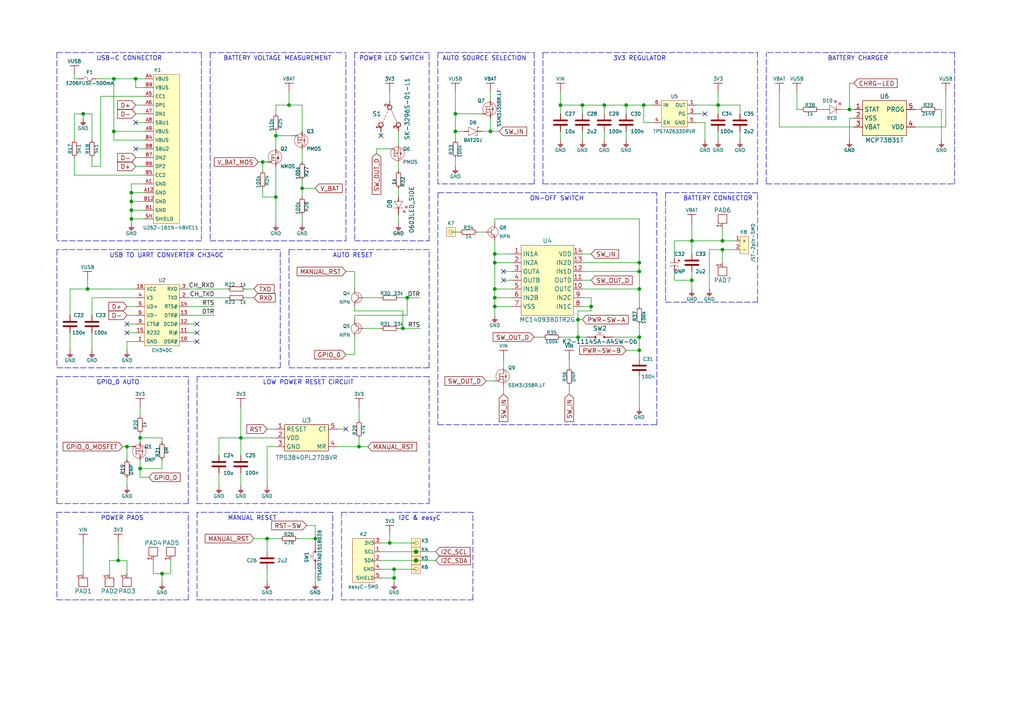
<source format=kicad_sch>
(kicad_sch (version 20211123) (generator eeschema)
  (paper "A4")
  (title_block (title "Soldered Inkplate 6 FLICK") (date "2024-05-20") (rev "V1.2.0") (company "SOLDERED") (comment 1 "333317"))
  (lib_symbols
    (symbol "e-radionica.com schematics:0402LED" (pin_numbers hide) (pin_names (offset 0.254) hide)
      (property "Reference" "D" (at -0.635 2.54 0))
      (property "Value" "0402LED" (at 0 -2.54 0))
      (symbol "0402LED_1_1"
        (pin passive line (at -2.54 0 0) (length 1.91) (name "A") (number "1"))
        (pin passive line (at 2.54 0 180) (length 1.27) (name "K") (number "2"))
      )
    )
    (symbol "e-radionica.com schematics:0603C" (pin_numbers hide) (pin_names (offset 0.002))
      (property "Reference" "C" (at 0 3.81 0))
      (property "Value" "0603C" (at 0 -3.175 0))
      (symbol "0603C_1_1"
        (pin passive line (at -2.54 0 0) (length 1.9) (name "~") (number "1"))
        (pin passive line (at 2.54 0 180) (length 1.9) (name "~") (number "2"))
      )
    )
    (symbol "e-radionica.com schematics:0603LED_SIDE" (pin_numbers hide) (pin_names hide)
      (property "Reference" "D" (at -1.27 2.54 0))
      (property "Value" "0603LED_SIDE" (at 0 -2.286 0))
      (symbol "0603LED_SIDE_1_1"
        (pin passive line (at -2.54 0 0) (length 1.27) (name "A") (number "1"))
        (pin passive line (at 2.54 0 180) (length 1.91) (name "K") (number "2"))
      )
    )
    (symbol "e-radionica.com schematics:0603R" (pin_numbers hide) (pin_names (offset 0.254))
      (property "Reference" "R" (at 0 1.27 0))
      (property "Value" "0603R" (at 0 -1.905 0))
      (symbol "0603R_1_1"
        (pin passive line (at -2.54 0 0) (length 0.63) (name "~") (number "1"))
        (pin passive line (at 2.54 0 180) (length 0.63) (name "~") (number "2"))
      )
    )
    (symbol "e-radionica.com schematics:1206C" (pin_numbers hide)
      (property "Reference" "C" (at 0 3.81 0))
      (property "Value" "1206C" (at 0 -3.175 0))
      (symbol "1206C_1_1"
        (pin passive line (at -2.54 0 0) (length 1.9) (name "~") (number "1"))
        (pin passive line (at 2.54 0 180) (length 1.9) (name "~") (number "2"))
      )
    )
    (symbol "e-radionica.com schematics:1206FUSE" (pin_numbers hide) (pin_names hide)
      (property "Reference" "F" (at -1.27 1.905 0))
      (property "Value" "1206FUSE" (at 0 -1.905 0))
      (symbol "1206FUSE_1_1"
        (pin passive line (at -2.54 0 0) (length 1.27) (name "~") (number "1"))
        (pin passive line (at 2.54 0 180) (length 1.27) (name "~") (number "2"))
      )
    )
    (symbol "e-radionica.com schematics:2917C" (pin_numbers hide) (pin_names hide)
      (property "Reference" "C?" (at 0 0 0))
      (property "Value" "2917C" (at 0 0 0))
      (symbol "2917C_0_0"
        (text "+" (at -0.635 -1.27 0) (effects (font (size 1 1))))
      )
      (symbol "2917C_1_1"
        (pin input line (at -1.27 -2.54 0) (length 1.27) (name "+") (number "1"))
        (pin input line (at 2.54 -2.54 180) (length 1.8) (name "-") (number "2"))
      )
    )
    (symbol "e-radionica.com schematics:3V3" (power) (pin_names (offset 0))
      (property "Value" "3V3" (at 0 3.556 0))
      (symbol "3V3_1_1"
        (pin power_in line (at 0 0 90) (length 0) hide (name "3V3") (number "1"))
      )
    )
    (symbol "e-radionica.com schematics:BAT20J" (pin_numbers hide) (pin_names hide)
      (property "Reference" "D" (at 0 2.54 0))
      (property "Value" "BAT20J" (at 0 -2.54 0))
      (symbol "BAT20J_1_1"
        (pin input line (at -2.54 0 0) (length 1.27) (name "A") (number "1"))
        (pin input line (at 2.54 0 180) (length 1.27) (name "C") (number "2"))
      )
    )
    (symbol "e-radionica.com schematics:CH340C"
      (property "Reference" "U" (at -3.81 10.16 0))
      (property "Value" "CH340C" (at 0 -10.16 0))
      (symbol "CH340C_1_1"
        (pin passive line (at -7.62 -7.62 0) (length 2.54) (name "GND") (number "1"))
        (pin passive line (at 7.62 -7.62 180) (length 2.54) (name "DSR#") (number "10"))
        (pin passive line (at 7.62 -5.08 180) (length 2.54) (name "RI#") (number "11"))
        (pin passive line (at 7.62 -2.54 180) (length 2.54) (name "DCD#") (number "12"))
        (pin passive line (at 7.62 0 180) (length 2.54) (name "DTR#") (number "13"))
        (pin passive line (at 7.62 2.54 180) (length 2.54) (name "RTS#") (number "14"))
        (pin passive line (at -7.62 -5.08 0) (length 2.54) (name "R232") (number "15"))
        (pin passive line (at -7.62 7.62 0) (length 2.54) (name "VCC") (number "16"))
        (pin passive line (at 7.62 5.08 180) (length 2.54) (name "TXD") (number "2"))
        (pin passive line (at 7.62 7.62 180) (length 2.54) (name "RXD") (number "3"))
        (pin passive line (at -7.62 5.08 0) (length 2.54) (name "V3") (number "4"))
        (pin passive line (at -7.62 2.54 0) (length 2.54) (name "UD+") (number "5"))
        (pin passive line (at -7.62 0 0) (length 2.54) (name "UD-") (number "6"))
        (pin passive line (at -7.62 -2.54 0) (length 2.54) (name "CTS#") (number "9"))
      )
    )
    (symbol "e-radionica.com schematics:GND" (power) (pin_names (offset 0))
      (property "Value" "GND" (at 0 -2.921 0))
      (symbol "GND_1_1"
        (pin power_in line (at 0 0 270) (length 0) hide (name "GND") (number "1"))
      )
    )
    (symbol "e-radionica.com schematics:HEADER_MALE_1X1_Inkplate" (pin_numbers hide) (pin_names hide)
      (property "Reference" "K" (at 0 2.54 0))
      (property "Value" "HEADER_MALE_1X1_Inkplate" (at 0 -2.54 0))
      (symbol "HEADER_MALE_1X1_Inkplate_1_1"
        (pin passive line (at 0 0 180) (length 0) (name "~") (number "1"))
      )
    )
    (symbol "e-radionica.com schematics:JST-2pin-SMD"
      (property "Reference" "K" (at 0 3.81 0))
      (property "Value" "JST-2pin-SMD" (at 1.27 -3.81 0))
      (symbol "JST-2pin-SMD_1_1"
        (pin passive line (at 2.54 -1.27 180) (length 1.27) (name "+") (number "1"))
        (pin passive line (at 2.54 1.27 180) (length 1.27) (name "-") (number "2"))
      )
    )
    (symbol "e-radionica.com schematics:K2-1114SA-A4SW-06" (pin_numbers hide) (pin_names hide)
      (property "Reference" "SW" (at 0 2.54 0))
      (property "Value" "K2-1114SA-A4SW-06" (at 0 -2.54 0))
      (symbol "K2-1114SA-A4SW-06_1_1"
        (pin passive line (at -3.81 0 0) (length 2.54) (name "~") (number "1"))
        (pin passive line (at 3.81 0 180) (length 2.54) (name "~") (number "2"))
      )
    )
    (symbol "e-radionica.com schematics:MC14093BDTR2G"
      (property "Reference" "U" (at 0 15.24 0))
      (property "Value" "MC14093BDTR2G" (at 0 -7.62 0))
      (symbol "MC14093BDTR2G_1_1"
        (pin output line (at -10.16 11.43 0) (length 2.54) (name "IN1A") (number "1"))
        (pin output line (at 10.16 1.27 180) (length 2.54) (name "OUTC") (number "10"))
        (pin output line (at 10.16 3.81 180) (length 2.54) (name "OUTD") (number "11"))
        (pin output line (at 10.16 6.35 180) (length 2.54) (name "IN1D") (number "12"))
        (pin output line (at 10.16 8.89 180) (length 2.54) (name "IN2D") (number "13"))
        (pin output line (at 10.16 11.43 180) (length 2.54) (name "VDD") (number "14"))
        (pin output line (at -10.16 8.89 0) (length 2.54) (name "IN2A") (number "2"))
        (pin output line (at -10.16 6.35 0) (length 2.54) (name "OUTA") (number "3"))
        (pin output line (at -10.16 3.81 0) (length 2.54) (name "OUTB") (number "4"))
        (pin output line (at -10.16 1.27 0) (length 2.54) (name "IN1B") (number "5"))
        (pin output line (at -10.16 -1.27 0) (length 2.54) (name "IN2B") (number "6"))
        (pin output line (at -10.16 -3.81 0) (length 2.54) (name "VSS") (number "7"))
        (pin output line (at 10.16 -3.81 180) (length 2.54) (name "IN1C") (number "8"))
        (pin output line (at 10.16 -1.27 180) (length 2.54) (name "IN2C") (number "9"))
      )
    )
    (symbol "e-radionica.com schematics:MCP73831T"
      (property "Reference" "U" (at 0 6.35 0))
      (property "Value" "MCP73831T" (at 0 -6.35 0))
      (symbol "MCP73831T_1_1"
        (pin output line (at -8.89 2.54 0) (length 2.54) (name "STAT") (number "1"))
        (pin output line (at -8.89 0 0) (length 2.54) (name "VSS") (number "2"))
        (pin output line (at -8.89 -2.54 0) (length 2.54) (name "VBAT") (number "3"))
        (pin output line (at 8.89 -2.54 180) (length 2.54) (name "VDD") (number "4"))
        (pin output line (at 8.89 2.54 180) (length 2.54) (name "PROG") (number "5"))
      )
    )
    (symbol "e-radionica.com schematics:NMOS-SOT-23-3" (pin_numbers hide) (pin_names hide)
      (property "Reference" "Q" (at -1.143 2.921 0))
      (property "Value" "NMOS-SOT-23-3" (at 1.524 -3.937 0))
      (symbol "NMOS-SOT-23-3_1_1"
        (pin passive line (at -1.27 -1.27 0) (length 1.27) (name "G") (number "1"))
        (pin passive line (at 1.27 -2.54 90) (length 1.27) (name "S") (number "2"))
        (pin passive line (at 1.27 2.54 270) (length 1.27) (name "D") (number "3"))
      )
    )
    (symbol "e-radionica.com schematics:NPN-SOT-23-3" (pin_numbers hide) (pin_names hide)
      (property "Reference" "Q" (at -2.286 2.921 0))
      (property "Value" "NPN-SOT-23-3" (at 0 -3.81 0))
      (symbol "NPN-SOT-23-3_1_1"
        (pin passive line (at -2.54 0 0) (length 1.46) (name "B") (number "1"))
        (pin passive line (at 0 -2.54 90) (length 1.27) (name "E") (number "2"))
        (pin passive line (at 0 2.54 270) (length 1.27) (name "C") (number "3"))
      )
    )
    (symbol "e-radionica.com schematics:PAD_4x4"
      (property "Reference" "PAD" (at 0 2.54 0))
      (property "Value" "PAD_4x4" (at 0 -2.54 0))
      (symbol "PAD_4x4_1_1"
        (pin passive line (at -2.54 0 0) (length 1.27) (name "") (number "1"))
      )
    )
    (symbol "e-radionica.com schematics:PMOS-SOT-23-3" (pin_numbers hide) (pin_names hide)
      (property "Reference" "Q" (at -1.27 2.54 0))
      (property "Value" "PMOS-SOT-23-3" (at 0.381 -4.064 0))
      (symbol "PMOS-SOT-23-3_1_1"
        (pin passive line (at -1.27 -1.27 0) (length 1.27) (name "G") (number "1"))
        (pin passive line (at 1.27 -2.54 90) (length 1.27) (name "S") (number "2"))
        (pin passive line (at 1.27 2.54 270) (length 1.27) (name "D") (number "3"))
      )
    )
    (symbol "e-radionica.com schematics:SK-3296S-01-L1"
      (property "Reference" "S" (at 0 3.81 0))
      (property "Value" "SK-3296S-01-L1" (at 0 -6.35 0))
      (symbol "SK-3296S-01-L1_1_1"
        (pin input inverted (at 3.81 2.54 180) (length 2.54) (name "") (number "1"))
        (pin input inverted (at -5.08 0 0) (length 2.54) (name "") (number "2"))
        (pin input inverted (at 3.81 -2.54 180) (length 2.54) (name "") (number "3"))
      )
    )
    (symbol "e-radionica.com schematics:TPS3840PL27DBVR"
      (property "Reference" "U" (at 0 5.08 0))
      (property "Value" "TPS3840PL27DBVR" (at 0 -5.08 0))
      (symbol "TPS3840PL27DBVR_1_1"
        (pin input line (at -8.89 2.54 0) (length 2.54) (name "RESET") (number "1"))
        (pin input line (at -8.89 0 0) (length 2.54) (name "VDD") (number "2"))
        (pin input line (at -8.89 -2.54 0) (length 2.54) (name "GND") (number "3"))
        (pin input line (at 8.89 -2.54 180) (length 2.54) (name "MR") (number "4"))
        (pin input line (at 8.89 2.54 180) (length 2.54) (name "CT") (number "5"))
      )
    )
    (symbol "e-radionica.com schematics:TPS7A2633DRVR"
      (property "Reference" "U" (at -3.175 5.08 0))
      (property "Value" "TPS7A2633DRVR" (at 0 -5.08 0))
      (symbol "TPS7A2633DRVR_1_1"
        (pin passive line (at 6.35 2.54 180) (length 2.54) (name "OUT") (number "1"))
        (pin passive line (at 6.35 0 180) (length 2.54) (name "PG") (number "3"))
        (pin passive line (at -6.35 -2.54 0) (length 2.54) (name "EN") (number "4"))
        (pin passive line (at 6.35 -2.54 180) (length 2.54) (name "GND") (number "5"))
        (pin passive line (at -6.35 2.54 0) (length 2.54) (name "IN") (number "6"))
      )
    )
    (symbol "e-radionica.com schematics:U262-161N-4BVC11"
      (property "Reference" "K" (at 0 22.86 0))
      (property "Value" "U262-161N-4BVC11" (at 2.54 -22.86 0))
      (symbol "U262-161N-4BVC11_1_1"
        (pin passive line (at -3.81 -10.16 0) (length 2.54) (name "GND") (number "A1"))
        (pin passive line (at -3.81 -12.7 0) (length 2.54) (name "GND") (number "A12"))
        (pin passive line (at -3.81 20.32 0) (length 2.54) (name "VBUS") (number "A4"))
        (pin passive line (at -3.81 15.24 0) (length 2.54) (name "CC1") (number "A5"))
        (pin passive line (at -3.81 12.7 0) (length 2.54) (name "DP1") (number "A6"))
        (pin passive line (at -3.81 10.16 0) (length 2.54) (name "DN1") (number "A7"))
        (pin passive line (at -3.81 7.62 0) (length 2.54) (name "SBU1") (number "A8"))
        (pin passive line (at -3.81 5.08 0) (length 2.54) (name "VBUS") (number "A9"))
        (pin passive line (at -3.81 -17.78 0) (length 2.54) (name "GND") (number "B1"))
        (pin passive line (at -3.81 -15.24 0) (length 2.54) (name "GND") (number "B12"))
        (pin passive line (at -3.81 2.54 0) (length 2.54) (name "VBUS") (number "B4"))
        (pin passive line (at -3.81 -7.62 0) (length 2.54) (name "CC2") (number "B5"))
        (pin passive line (at -3.81 -5.08 0) (length 2.54) (name "DP2") (number "B6"))
        (pin passive line (at -3.81 -2.54 0) (length 2.54) (name "DN2") (number "B7"))
        (pin passive line (at -3.81 0 0) (length 2.54) (name "SBU2") (number "B8"))
        (pin passive line (at -3.81 17.78 0) (length 2.54) (name "VBUS") (number "B9"))
        (pin passive line (at -3.81 -20.32 0) (length 2.54) (name "SHIELD") (number "SH"))
      )
    )
    (symbol "e-radionica.com schematics:VBAT" (power) (pin_names (offset 0))
      (property "Value" "VBAT" (at 0 3.556 0))
      (symbol "VBAT_1_1"
        (pin power_in line (at 0 0 90) (length 0) hide (name "VBAT") (number "1"))
      )
    )
    (symbol "e-radionica.com schematics:VIN" (power) (pin_names (offset 0))
      (property "Value" "VIN" (at 0 3.556 0))
      (symbol "VIN_1_1"
        (pin power_in line (at 0 0 90) (length 0) hide (name "VIN") (number "1"))
      )
    )
    (symbol "e-radionica.com schematics:VUSB" (power) (pin_names (offset 0))
      (property "Value" "VUSB" (at 0 3.556 0))
      (symbol "VUSB_1_1"
        (pin power_in line (at 0 0 90) (length 0) hide (name "VUSB") (number "1"))
      )
    )
    (symbol "e-radionica.com schematics:YTSA007A0151803B" (pin_numbers hide) (pin_names hide)
      (property "Reference" "SW" (at -1.016 2.286 0))
      (property "Value" "YTSA007A0151803B" (at 1.778 -2.032 0))
      (symbol "YTSA007A0151803B_1_1"
        (pin passive line (at -2.54 0 0) (length 2.54) (name "~") (number "1"))
        (pin passive line (at 5.08 0 180) (length 2.54) (name "~") (number "2"))
      )
    )
    (symbol "e-radionica.com schematics:easyC-SMD" (pin_names (offset 0.002))
      (property "Reference" "K" (at 0 10.16 0))
      (property "Value" "easyC-SMD" (at 0 -5.08 0))
      (symbol "easyC-SMD_1_1"
        (pin passive line (at 5.08 5.08 180) (length 1.9) (name "SCL") (number "1"))
        (pin passive line (at 5.08 2.54 180) (length 1.9) (name "SDA") (number "2"))
        (pin passive line (at 5.08 7.62 180) (length 1.9) (name "3V3") (number "3"))
        (pin passive line (at 5.08 0 180) (length 1.9) (name "GND") (number "4"))
        (pin passive line (at 5.08 -2.54 180) (length 1.9) (name "SHIELD") (number "5"))
      )
    )
  )
  (junction (at 200.66 81.28))
  (junction (at 143.51 73.66))
  (junction (at 167.64 92.71))
  (junction (at 143.51 83.82))
  (junction (at 24.13 33.02))
  (junction (at 77.47 156.21))
  (junction (at 143.51 88.9))
  (junction (at 120.65 162.56))
  (junction (at 181.61 30.48))
  (junction (at 114.3 165.1))
  (junction (at 33.02 38.1))
  (junction (at 209.55 72.39))
  (junction (at 87.63 54.61))
  (junction (at 36.83 129.54))
  (junction (at 40.64 127))
  (junction (at 33.02 22.86))
  (junction (at 25.4 83.82))
  (junction (at 167.64 97.79))
  (junction (at 185.42 97.79))
  (junction (at 186.69 30.48))
  (junction (at 185.42 83.82))
  (junction (at 76.2 46.99))
  (junction (at 185.42 78.74))
  (junction (at 38.1 60.96))
  (junction (at 113.03 157.48))
  (junction (at 91.44 156.21))
  (junction (at 116.84 95.25))
  (junction (at 142.24 38.1))
  (junction (at 175.26 30.48))
  (junction (at 246.38 31.75))
  (junction (at 80.01 57.15))
  (junction (at 143.51 86.36))
  (junction (at 185.42 101.6))
  (junction (at 46.99 166.37))
  (junction (at 120.65 160.02))
  (junction (at 34.29 162.56))
  (junction (at 171.45 88.9))
  (junction (at 200.66 69.85))
  (junction (at 208.28 30.48))
  (junction (at 118.11 86.36))
  (junction (at 104.14 129.54))
  (junction (at 114.3 167.64))
  (junction (at 39.37 22.86))
  (junction (at 69.85 127))
  (junction (at 209.55 69.85))
  (junction (at 80.01 39.37))
  (junction (at 132.08 33.02))
  (junction (at 40.64 135.89))
  (junction (at 162.56 30.48))
  (junction (at 83.82 30.48))
  (junction (at 38.1 63.5))
  (junction (at 38.1 55.88))
  (junction (at 143.51 76.2))
  (junction (at 132.08 38.1))
  (junction (at 38.1 58.42))
  (junction (at 168.91 30.48))
  (junction (at 185.42 76.2))
  (no_connect (at 204.47 33.02))
  (no_connect (at 146.05 78.74))
  (no_connect (at 100.33 124.46))
  (no_connect (at 39.37 35.56))
  (no_connect (at 57.15 93.98))
  (no_connect (at 57.15 96.52))
  (no_connect (at 110.49 39.37))
  (no_connect (at 57.15 99.06))
  (no_connect (at 36.83 96.52))
  (no_connect (at 146.05 81.28))
  (no_connect (at 36.83 93.98))
  (no_connect (at 39.37 43.18))
  (wire (pts (xy 39.37 43.18) (xy 41.91 43.18)))
  (polyline (pts (xy 58.42 69.85) (xy 16.51 69.85)) (stroke (width 0) (type dash)))
  (wire (pts (xy 120.65 162.56) (xy 126.365 162.56)))
  (wire (pts (xy 167.64 97.79) (xy 170.18 97.79)))
  (wire (pts (xy 115.57 46.99) (xy 115.57 49.53)))
  (wire (pts (xy 105.41 86.36) (xy 110.49 86.36)))
  (wire (pts (xy 114.3 167.64) (xy 114.3 168.91)))
  (wire (pts (xy 110.49 157.48) (xy 113.03 157.48)))
  (wire (pts (xy 110.49 38.1) (xy 110.49 39.37)))
  (polyline (pts (xy 157.48 53.34) (xy 219.71 53.34)))
  (wire (pts (xy 181.61 30.48) (xy 175.26 30.48)))
  (wire (pts (xy 143.51 88.9) (xy 148.59 88.9)))
  (wire (pts (xy 80.01 39.37) (xy 80.01 43.18)))
  (wire (pts (xy 31.75 166.37) (xy 31.75 162.56)))
  (polyline (pts (xy 276.86 53.34) (xy 276.86 15.24)))
  (wire (pts (xy 26.67 48.26) (xy 26.67 45.72)))
  (wire (pts (xy 20.32 96.52) (xy 20.32 101.6)))
  (wire (pts (xy 109.22 43.18) (xy 109.22 44.45)))
  (wire (pts (xy 165.1 104.14) (xy 165.1 106.68)))
  (wire (pts (xy 80.01 48.26) (xy 80.01 57.15)))
  (polyline (pts (xy 57.15 173.99) (xy 96.52 173.99)))
  (wire (pts (xy 168.91 30.48) (xy 168.91 33.02)))
  (wire (pts (xy 195.58 81.28) (xy 200.66 81.28)))
  (wire (pts (xy 39.37 45.72) (xy 41.91 45.72)))
  (wire (pts (xy 38.1 53.34) (xy 41.91 53.34)))
  (wire (pts (xy 273.05 31.75) (xy 273.05 40.64)))
  (wire (pts (xy 168.91 76.2) (xy 185.42 76.2)))
  (wire (pts (xy 54.61 83.82) (xy 66.04 83.82)))
  (wire (pts (xy 195.58 69.85) (xy 200.66 69.85)))
  (wire (pts (xy 185.42 76.2) (xy 185.42 78.74)))
  (wire (pts (xy 185.42 101.6) (xy 185.42 104.14)))
  (wire (pts (xy 100.33 78.74) (xy 102.87 78.74)))
  (wire (pts (xy 36.83 129.54) (xy 38.1 129.54)))
  (wire (pts (xy 171.45 88.9) (xy 171.45 90.17)))
  (polyline (pts (xy 83.82 72.39) (xy 83.82 106.68)))
  (polyline (pts (xy 100.33 69.85) (xy 100.33 15.24)))
  (wire (pts (xy 167.64 92.71) (xy 168.91 92.71)))
  (wire (pts (xy 87.63 30.48) (xy 83.82 30.48)))
  (wire (pts (xy 162.56 97.79) (xy 167.64 97.79)))
  (wire (pts (xy 26.67 86.36) (xy 26.67 91.44)))
  (wire (pts (xy 208.28 30.48) (xy 208.28 33.02)))
  (polyline (pts (xy 124.46 109.22) (xy 57.15 109.22)))
  (wire (pts (xy 80.01 57.15) (xy 80.01 64.77)))
  (wire (pts (xy 181.61 38.1) (xy 181.61 40.64)))
  (wire (pts (xy 46.99 133.35) (xy 46.99 135.89)))
  (wire (pts (xy 246.38 24.13) (xy 246.38 31.75)))
  (polyline (pts (xy 83.82 106.68) (xy 124.46 106.68)))
  (wire (pts (xy 208.28 26.67) (xy 208.28 30.48)))
  (wire (pts (xy 143.51 69.85) (xy 143.51 73.66)))
  (wire (pts (xy 21.59 33.02) (xy 24.13 33.02)))
  (wire (pts (xy 165.1 111.76) (xy 165.1 114.3)))
  (polyline (pts (xy 96.52 173.99) (xy 96.52 148.59)))
  (wire (pts (xy 168.91 38.1) (xy 168.91 40.64)))
  (wire (pts (xy 102.87 97.79) (xy 102.87 102.87)))
  (wire (pts (xy 27.94 22.86) (xy 33.02 22.86)))
  (wire (pts (xy 38.1 63.5) (xy 41.91 63.5)))
  (wire (pts (xy 63.5 127) (xy 69.85 127)))
  (polyline (pts (xy 96.52 148.59) (xy 57.15 148.59)))
  (wire (pts (xy 231.14 31.75) (xy 231.14 26.67)))
  (wire (pts (xy 36.83 166.37) (xy 36.83 162.56)))
  (wire (pts (xy 76.2 46.99) (xy 77.47 46.99)))
  (polyline (pts (xy 16.51 15.24) (xy 16.51 69.85)) (stroke (width 0) (type dash)))
  (wire (pts (xy 205.74 83.82) (xy 205.74 72.39)))
  (polyline (pts (xy 99.06 148.59) (xy 99.06 173.99)))
  (wire (pts (xy 77.47 129.54) (xy 80.01 129.54)))
  (wire (pts (xy 24.13 157.48) (xy 24.13 166.37)))
  (polyline (pts (xy 193.04 55.88) (xy 219.71 55.88)))
  (wire (pts (xy 110.49 167.64) (xy 114.3 167.64)))
  (wire (pts (xy 116.84 90.17) (xy 116.84 95.25)))
  (polyline (pts (xy 57.15 109.22) (xy 57.15 146.05)))
  (wire (pts (xy 87.63 54.61) (xy 87.63 52.07)))
  (wire (pts (xy 38.1 58.42) (xy 41.91 58.42)))
  (polyline (pts (xy 137.16 173.99) (xy 137.16 148.59)))
  (wire (pts (xy 87.63 30.48) (xy 87.63 38.1)))
  (wire (pts (xy 33.02 38.1) (xy 41.91 38.1)))
  (polyline (pts (xy 219.71 53.34) (xy 219.71 15.24)))
  (wire (pts (xy 113.03 26.67) (xy 113.03 29.21)))
  (wire (pts (xy 143.51 76.2) (xy 148.59 76.2)))
  (wire (pts (xy 69.85 118.11) (xy 69.85 127)))
  (wire (pts (xy 87.63 43.18) (xy 87.63 46.99)))
  (wire (pts (xy 36.83 88.9) (xy 39.37 88.9)))
  (wire (pts (xy 39.37 86.36) (xy 26.67 86.36)))
  (polyline (pts (xy 190.5 123.19) (xy 190.5 55.88)))
  (wire (pts (xy 33.02 22.86) (xy 39.37 22.86)))
  (wire (pts (xy 40.64 127) (xy 46.99 127)))
  (wire (pts (xy 40.64 125.73) (xy 40.64 127)))
  (wire (pts (xy 175.26 30.48) (xy 175.26 33.02)))
  (wire (pts (xy 80.01 39.37) (xy 85.09 39.37)))
  (wire (pts (xy 237.49 31.75) (xy 238.76 31.75)))
  (polyline (pts (xy 102.87 69.85) (xy 124.46 69.85)))
  (wire (pts (xy 38.1 63.5) (xy 38.1 60.96)))
  (wire (pts (xy 69.85 127) (xy 69.85 132.08)))
  (wire (pts (xy 142.24 26.67) (xy 142.24 29.21)))
  (wire (pts (xy 104.14 127) (xy 104.14 129.54)))
  (wire (pts (xy 168.91 78.74) (xy 185.42 78.74)))
  (wire (pts (xy 132.08 38.1) (xy 132.08 40.64)))
  (wire (pts (xy 185.42 63.5) (xy 185.42 76.2)))
  (wire (pts (xy 77.47 129.54) (xy 77.47 140.97)))
  (wire (pts (xy 76.2 57.15) (xy 80.01 57.15)))
  (wire (pts (xy 41.91 25.4) (xy 39.37 25.4)))
  (wire (pts (xy 91.44 165.1) (xy 91.44 168.91)))
  (wire (pts (xy 246.38 34.29) (xy 247.65 34.29)))
  (wire (pts (xy 209.55 69.85) (xy 213.36 69.85)))
  (wire (pts (xy 91.44 156.21) (xy 91.44 157.48)))
  (wire (pts (xy 91.44 54.61) (xy 87.63 54.61)))
  (wire (pts (xy 69.85 127) (xy 80.01 127)))
  (wire (pts (xy 246.38 34.29) (xy 246.38 40.64)))
  (wire (pts (xy 200.66 69.85) (xy 209.55 69.85)))
  (wire (pts (xy 102.87 102.87) (xy 100.33 102.87)))
  (wire (pts (xy 175.26 38.1) (xy 175.26 40.64)))
  (wire (pts (xy 247.65 24.13) (xy 246.38 24.13)))
  (wire (pts (xy 102.87 88.9) (xy 102.87 90.17)))
  (polyline (pts (xy 222.25 17.145) (xy 222.25 53.34)))
  (wire (pts (xy 186.69 35.56) (xy 186.69 30.48)))
  (wire (pts (xy 26.67 33.02) (xy 24.13 33.02)))
  (wire (pts (xy 36.83 138.43) (xy 36.83 140.97)))
  (wire (pts (xy 181.61 101.6) (xy 185.42 101.6)))
  (wire (pts (xy 265.43 31.75) (xy 266.7 31.75)))
  (wire (pts (xy 115.57 62.23) (xy 115.57 64.77)))
  (wire (pts (xy 36.83 133.35) (xy 36.83 129.54)))
  (wire (pts (xy 34.29 157.48) (xy 34.29 162.56)))
  (polyline (pts (xy 57.15 148.59) (xy 57.15 173.99)))
  (wire (pts (xy 132.08 33.02) (xy 132.08 38.1)))
  (wire (pts (xy 43.18 138.43) (xy 40.64 138.43)))
  (wire (pts (xy 214.63 38.1) (xy 214.63 40.64)))
  (wire (pts (xy 208.28 38.1) (xy 208.28 40.64)))
  (wire (pts (xy 54.61 99.06) (xy 57.15 99.06)))
  (wire (pts (xy 142.24 34.29) (xy 142.24 38.1)))
  (wire (pts (xy 208.28 30.48) (xy 201.93 30.48)))
  (wire (pts (xy 132.08 33.02) (xy 139.7 33.02)))
  (wire (pts (xy 132.08 26.67) (xy 132.08 33.02)))
  (wire (pts (xy 186.69 30.48) (xy 181.61 30.48)))
  (wire (pts (xy 231.14 31.75) (xy 232.41 31.75)))
  (wire (pts (xy 25.4 81.28) (xy 25.4 83.82)))
  (wire (pts (xy 41.91 40.64) (xy 33.02 40.64)))
  (wire (pts (xy 46.99 135.89) (xy 40.64 135.89)))
  (polyline (pts (xy 12.065 77.47) (xy 12.065 77.47)))
  (wire (pts (xy 102.87 91.44) (xy 118.11 91.44)))
  (wire (pts (xy 104.14 118.11) (xy 104.14 121.92)))
  (polyline (pts (xy 81.28 72.39) (xy 16.51 72.39)))
  (wire (pts (xy 143.51 73.66) (xy 143.51 76.2)))
  (wire (pts (xy 177.8 97.79) (xy 185.42 97.79)))
  (wire (pts (xy 201.93 33.02) (xy 204.47 33.02)))
  (wire (pts (xy 38.1 60.96) (xy 38.1 58.42)))
  (polyline (pts (xy 193.04 55.88) (xy 193.04 87.63)))
  (wire (pts (xy 115.57 38.1) (xy 115.57 41.91)))
  (polyline (pts (xy 124.46 15.24) (xy 102.87 15.24)))
  (wire (pts (xy 209.55 72.39) (xy 209.55 76.2)))
  (polyline (pts (xy 60.96 69.85) (xy 100.33 69.85)))
  (wire (pts (xy 39.37 25.4) (xy 39.37 22.86)))
  (wire (pts (xy 39.37 30.48) (xy 41.91 30.48)))
  (wire (pts (xy 46.99 128.27) (xy 46.99 127)))
  (wire (pts (xy 54.61 86.36) (xy 66.04 86.36)))
  (polyline (pts (xy 102.87 15.24) (xy 102.87 69.85)))
  (wire (pts (xy 168.91 83.82) (xy 185.42 83.82)))
  (polyline (pts (xy 81.28 106.68) (xy 81.28 72.39)))
  (polyline (pts (xy 16.51 15.24) (xy 58.42 15.24)) (stroke (width 0) (type dash)))
  (polyline (pts (xy 157.48 15.24) (xy 219.71 15.24)))
  (polyline (pts (xy 54.61 148.59) (xy 16.51 148.59)))
  (wire (pts (xy 130.81 67.31) (xy 133.35 67.31)))
  (wire (pts (xy 118.11 91.44) (xy 118.11 86.36)))
  (wire (pts (xy 54.61 88.9) (xy 62.23 88.9)))
  (wire (pts (xy 83.82 26.67) (xy 83.82 30.48)))
  (wire (pts (xy 104.14 129.54) (xy 106.68 129.54)))
  (polyline (pts (xy 60.96 15.24) (xy 60.96 69.85)))
  (wire (pts (xy 97.79 129.54) (xy 104.14 129.54)))
  (polyline (pts (xy 57.15 146.05) (xy 124.46 146.05)))
  (polyline (pts (xy 127 55.88) (xy 127 123.19)))
  (wire (pts (xy 143.51 83.82) (xy 143.51 86.36)))
  (wire (pts (xy 36.83 162.56) (xy 34.29 162.56)))
  (wire (pts (xy 26.67 40.64) (xy 26.67 33.02)))
  (wire (pts (xy 246.38 31.75) (xy 247.65 31.75)))
  (polyline (pts (xy 157.48 15.24) (xy 157.48 53.34)))
  (wire (pts (xy 185.42 83.82) (xy 185.42 88.9)))
  (wire (pts (xy 39.37 35.56) (xy 41.91 35.56)))
  (wire (pts (xy 143.51 76.2) (xy 143.51 83.82)))
  (polyline (pts (xy 16.51 72.39) (xy 16.51 106.68)))
  (wire (pts (xy 40.64 133.35) (xy 40.64 135.89)))
  (polyline (pts (xy 127 15.24) (xy 127 53.34)))
  (wire (pts (xy 80.01 30.48) (xy 80.01 33.02)))
  (wire (pts (xy 38.1 55.88) (xy 38.1 53.34)))
  (polyline (pts (xy 124.46 72.39) (xy 83.82 72.39)))
  (wire (pts (xy 38.1 64.77) (xy 38.1 63.5)))
  (wire (pts (xy 113.03 157.48) (xy 120.65 157.48)))
  (wire (pts (xy 189.23 35.56) (xy 186.69 35.56)))
  (wire (pts (xy 76.2 54.61) (xy 76.2 57.15)))
  (wire (pts (xy 20.32 91.44) (xy 20.32 83.82)))
  (wire (pts (xy 226.06 36.83) (xy 226.06 26.67)))
  (wire (pts (xy 87.63 54.61) (xy 87.63 57.15)))
  (wire (pts (xy 54.61 91.44) (xy 62.23 91.44)))
  (wire (pts (xy 77.47 165.1) (xy 77.47 168.91)))
  (polyline (pts (xy 124.46 146.05) (xy 124.46 109.22)))
  (wire (pts (xy 115.57 95.25) (xy 116.84 95.25)))
  (wire (pts (xy 29.21 27.94) (xy 29.21 48.26)))
  (wire (pts (xy 214.63 33.02) (xy 214.63 30.48)))
  (wire (pts (xy 139.7 38.1) (xy 142.24 38.1)))
  (wire (pts (xy 189.23 30.48) (xy 186.69 30.48)))
  (wire (pts (xy 39.37 22.86) (xy 41.91 22.86)))
  (wire (pts (xy 105.41 95.25) (xy 110.49 95.25)))
  (wire (pts (xy 167.64 90.17) (xy 167.64 92.71)))
  (wire (pts (xy 143.51 86.36) (xy 143.51 88.9)))
  (wire (pts (xy 109.22 43.18) (xy 113.03 43.18)))
  (wire (pts (xy 88.9 152.4) (xy 91.44 152.4)))
  (wire (pts (xy 38.1 55.88) (xy 41.91 55.88)))
  (wire (pts (xy 195.58 74.93) (xy 195.58 69.85)))
  (wire (pts (xy 86.36 156.21) (xy 91.44 156.21)))
  (wire (pts (xy 134.62 38.1) (xy 132.08 38.1)))
  (wire (pts (xy 204.47 40.64) (xy 204.47 35.56)))
  (wire (pts (xy 39.37 99.06) (xy 36.83 99.06)))
  (wire (pts (xy 20.32 83.82) (xy 25.4 83.82)))
  (wire (pts (xy 168.91 30.48) (xy 162.56 30.48)))
  (wire (pts (xy 200.66 81.28) (xy 200.66 83.82)))
  (wire (pts (xy 167.64 92.71) (xy 167.64 97.79)))
  (wire (pts (xy 226.06 36.83) (xy 247.65 36.83)))
  (wire (pts (xy 83.82 30.48) (xy 80.01 30.48)))
  (wire (pts (xy 91.44 152.4) (xy 91.44 156.21)))
  (wire (pts (xy 138.43 67.31) (xy 140.97 67.31)))
  (wire (pts (xy 26.67 96.52) (xy 26.67 101.6)))
  (wire (pts (xy 146.05 78.74) (xy 148.59 78.74)))
  (wire (pts (xy 71.12 86.36) (xy 73.66 86.36)))
  (wire (pts (xy 171.45 86.36) (xy 171.45 88.9)))
  (wire (pts (xy 110.49 162.56) (xy 120.65 162.56)))
  (wire (pts (xy 87.63 62.23) (xy 87.63 64.77)))
  (wire (pts (xy 143.51 73.66) (xy 148.59 73.66)))
  (polyline (pts (xy 58.42 15.24) (xy 58.42 69.85)) (stroke (width 0) (type dash)))
  (wire (pts (xy 167.64 90.17) (xy 171.45 90.17)))
  (wire (pts (xy 33.02 40.64) (xy 33.02 38.1)))
  (wire (pts (xy 200.66 78.74) (xy 200.66 81.28)))
  (polyline (pts (xy 99.06 148.59) (xy 137.16 148.59)))
  (polyline (pts (xy 154.94 15.24) (xy 154.94 53.34)))
  (wire (pts (xy 77.47 160.02) (xy 77.47 156.21)))
  (wire (pts (xy 40.64 138.43) (xy 40.64 135.89)))
  (polyline (pts (xy 16.51 106.68) (xy 81.28 106.68)))
  (polyline (pts (xy 219.71 87.63) (xy 219.71 55.88)))
  (wire (pts (xy 243.84 31.75) (xy 246.38 31.75)))
  (wire (pts (xy 175.26 30.48) (xy 168.91 30.48)))
  (wire (pts (xy 49.53 166.37) (xy 46.99 166.37)))
  (polyline (pts (xy 54.61 173.99) (xy 54.61 148.59)))
  (polyline (pts (xy 16.51 146.05) (xy 16.51 109.22)))
  (polyline (pts (xy 16.51 146.05) (xy 54.61 146.05)))
  (wire (pts (xy 40.64 118.11) (xy 40.64 120.65)))
  (wire (pts (xy 185.42 97.79) (xy 185.42 101.6)))
  (wire (pts (xy 162.56 30.48) (xy 162.56 33.02)))
  (polyline (pts (xy 60.96 15.24) (xy 100.33 15.24)))
  (wire (pts (xy 205.74 72.39) (xy 209.55 72.39)))
  (wire (pts (xy 115.57 86.36) (xy 118.11 86.36)))
  (polyline (pts (xy 193.04 87.63) (xy 219.71 87.63)))
  (polyline (pts (xy 16.51 173.99) (xy 54.61 173.99)))
  (wire (pts (xy 204.47 35.56) (xy 201.93 35.56)))
  (wire (pts (xy 146.05 104.14) (xy 146.05 106.68)))
  (wire (pts (xy 209.55 66.04) (xy 209.55 69.85)))
  (polyline (pts (xy 124.46 69.85) (xy 124.46 15.24)))
  (wire (pts (xy 214.63 30.48) (xy 208.28 30.48)))
  (wire (pts (xy 22.86 22.86) (xy 21.59 22.86)))
  (wire (pts (xy 39.37 33.02) (xy 41.91 33.02)))
  (wire (pts (xy 21.59 40.64) (xy 21.59 33.02)))
  (polyline (pts (xy 16.51 148.59) (xy 16.51 173.99)))
  (wire (pts (xy 114.3 165.1) (xy 120.65 165.1)))
  (wire (pts (xy 142.24 38.1) (xy 144.78 38.1)))
  (wire (pts (xy 200.66 64.77) (xy 200.66 69.85)))
  (wire (pts (xy 97.79 124.46) (xy 100.33 124.46)))
  (wire (pts (xy 185.42 78.74) (xy 185.42 83.82)))
  (wire (pts (xy 146.05 111.76) (xy 146.05 114.3)))
  (wire (pts (xy 24.13 33.02) (xy 24.13 34.29)))
  (wire (pts (xy 54.61 96.52) (xy 57.15 96.52)))
  (wire (pts (xy 168.91 86.36) (xy 171.45 86.36)))
  (wire (pts (xy 63.5 137.16) (xy 63.5 140.97)))
  (polyline (pts (xy 127 123.19) (xy 190.5 123.19)))
  (wire (pts (xy 143.51 64.77) (xy 143.51 63.5)))
  (wire (pts (xy 273.05 31.75) (xy 271.78 31.75)))
  (wire (pts (xy 74.93 46.99) (xy 76.2 46.99)))
  (wire (pts (xy 40.64 127) (xy 40.64 128.27)))
  (wire (pts (xy 162.56 38.1) (xy 162.56 40.64)))
  (wire (pts (xy 36.83 96.52) (xy 39.37 96.52)))
  (wire (pts (xy 36.83 93.98) (xy 39.37 93.98)))
  (polyline (pts (xy 276.86 15.24) (xy 222.25 15.24)))
  (wire (pts (xy 49.53 162.56) (xy 49.53 166.37)))
  (polyline (pts (xy 222.25 53.34) (xy 276.86 53.34)))
  (wire (pts (xy 63.5 127) (xy 63.5 132.08)))
  (wire (pts (xy 168.91 88.9) (xy 171.45 88.9)))
  (wire (pts (xy 44.45 162.56) (xy 44.45 166.37)))
  (wire (pts (xy 21.59 50.8) (xy 41.91 50.8)))
  (polyline (pts (xy 127 15.24) (xy 154.94 15.24)))
  (wire (pts (xy 41.91 27.94) (xy 29.21 27.94)))
  (wire (pts (xy 39.37 83.82) (xy 25.4 83.82)))
  (wire (pts (xy 185.42 109.22) (xy 185.42 118.11)))
  (wire (pts (xy 39.37 48.26) (xy 41.91 48.26)))
  (wire (pts (xy 118.11 86.36) (xy 121.92 86.36)))
  (wire (pts (xy 80.01 38.1) (xy 80.01 39.37)))
  (wire (pts (xy 31.75 162.56) (xy 34.29 162.56)))
  (polyline (pts (xy 124.46 106.68) (xy 124.46 72.39)))
  (wire (pts (xy 168.91 81.28) (xy 171.45 81.28)))
  (wire (pts (xy 185.42 93.98) (xy 185.42 97.79)))
  (wire (pts (xy 113.03 154.94) (xy 113.03 157.48)))
  (wire (pts (xy 76.2 49.53) (xy 76.2 46.99)))
  (wire (pts (xy 143.51 83.82) (xy 148.59 83.82)))
  (wire (pts (xy 77.47 124.46) (xy 80.01 124.46)))
  (wire (pts (xy 143.51 88.9) (xy 143.51 91.44)))
  (wire (pts (xy 35.56 129.54) (xy 36.83 129.54)))
  (polyline (pts (xy 99.06 173.99) (xy 137.16 173.99)))
  (wire (pts (xy 38.1 58.42) (xy 38.1 55.88)))
  (wire (pts (xy 77.47 156.21) (xy 81.28 156.21)))
  (wire (pts (xy 73.66 156.21) (xy 77.47 156.21)))
  (wire (pts (xy 274.32 26.67) (xy 274.32 36.83)))
  (polyline (pts (xy 222.25 15.24) (xy 222.25 16.51)))
  (wire (pts (xy 102.87 92.71) (xy 102.87 91.44)))
  (wire (pts (xy 116.84 95.25) (xy 121.92 95.25)))
  (wire (pts (xy 36.83 99.06) (xy 36.83 101.6)))
  (wire (pts (xy 29.21 48.26) (xy 26.67 48.26)))
  (wire (pts (xy 162.56 30.48) (xy 162.56 26.67)))
  (wire (pts (xy 140.97 110.49) (xy 143.51 110.49)))
  (polyline (pts (xy 154.94 53.34) (xy 127 53.34)))
  (wire (pts (xy 265.43 36.83) (xy 274.32 36.83)))
  (wire (pts (xy 114.3 165.1) (xy 114.3 167.64)))
  (wire (pts (xy 71.12 83.82) (xy 73.66 83.82)))
  (wire (pts (xy 132.08 45.72) (xy 132.08 48.26)))
  (wire (pts (xy 195.58 78.74) (xy 195.58 81.28)))
  (wire (pts (xy 120.65 160.02) (xy 126.365 160.02)))
  (wire (pts (xy 200.66 69.85) (xy 200.66 73.66)))
  (wire (pts (xy 209.55 72.39) (xy 213.36 72.39)))
  (wire (pts (xy 181.61 30.48) (xy 181.61 33.02)))
  (wire (pts (xy 21.59 45.72) (xy 21.59 50.8)))
  (wire (pts (xy 110.49 160.02) (xy 120.65 160.02)))
  (polyline (pts (xy 190.5 55.88) (xy 127 55.88)))
  (wire (pts (xy 36.83 91.44) (xy 39.37 91.44)))
  (wire (pts (xy 21.59 22.86) (xy 21.59 21.59)))
  (wire (pts (xy 54.61 93.98) (xy 57.15 93.98)))
  (wire (pts (xy 33.02 38.1) (xy 33.02 22.86)))
  (wire (pts (xy 146.05 81.28) (xy 148.59 81.28)))
  (wire (pts (xy 154.94 97.79) (xy 157.48 97.79)))
  (wire (pts (xy 115.57 54.61) (xy 115.57 57.15)))
  (wire (pts (xy 38.1 60.96) (xy 41.91 60.96)))
  (polyline (pts (xy 54.61 146.05) (xy 54.61 109.22)))
  (wire (pts (xy 143.51 86.36) (xy 148.59 86.36)))
  (wire (pts (xy 102.87 90.17) (xy 116.84 90.17)))
  (polyline (pts (xy 16.51 109.22) (xy 54.61 109.22)))
  (wire (pts (xy 46.99 166.37) (xy 46.99 168.91)))
  (wire (pts (xy 44.45 166.37) (xy 46.99 166.37)))
  (wire (pts (xy 143.51 63.5) (xy 185.42 63.5)))
  (wire (pts (xy 168.91 73.66) (xy 171.45 73.66)))
  (wire (pts (xy 110.49 165.1) (xy 114.3 165.1)))
  (wire (pts (xy 102.87 78.74) (xy 102.87 83.82)))
  (wire (pts (xy 69.85 137.16) (xy 69.85 140.97)))
  (text "USB TO UART CONVERTER CH340C" (at 31.75 74.93 0) (effects (font (size 1.27 1.27)) (justify left bottom)))
  (text "AUTO SOURCE SELECTION" (at 128.27 17.78 0) (effects (font (size 1.27 1.27)) (justify left bottom)))
  (text "AUTO RESET" (at 96.52 74.93 0) (effects (font (size 1.27 1.27)) (justify left bottom)))
  (text "I2C & easyC" (at 115.57 151.13 0) (effects (font (size 1.27 1.27)) (justify left bottom)))
  (text "ON-OFF SWITCH" (at 153.67 58.42 0) (effects (font (size 1.27 1.27)) (justify left bottom)))
  (text "POWER LED SWITCH" (at 104.14 17.78 0) (effects (font (size 1.27 1.27)) (justify left bottom)))
  (text "GPIO_0 AUTO" (at 27.94 111.76 0) (effects (font (size 1.27 1.27)) (justify left bottom)))
  (text "BATTERY VOLTAGE MEASUREMENT" (at 64.77 17.78 0) (effects (font (size 1.27 1.27)) (justify left bottom)))
  (text "3V3 REGULATOR" (at 177.8 17.78 0) (effects (font (size 1.27 1.27)) (justify left bottom)))
  (text "USB-C CONNECTOR\n" (at 46.99 17.78 180) (effects (font (size 1.27 1.27)) (justify right bottom)))
  (text "POWER PADS\n" (at 29.21 151.13 0) (effects (font (size 1.27 1.27)) (justify left bottom)))
  (text "MANUAL RESET" (at 66.04 151.13 0) (effects (font (size 1.27 1.27)) (justify left bottom)))
  (text "LOW POWER RESET CIRCUIT " (at 76.2 111.76 0) (effects (font (size 1.27 1.27)) (justify left bottom)))
  (text "BATTERY CONNECTOR" (at 198.12 58.42 0) (effects (font (size 1.27 1.27)) (justify left bottom)))
  (text "BATTERY CHARGER" (at 240.03 17.78 0) (effects (font (size 1.27 1.27)) (justify left bottom)))
  (label "CH_TXD" (at 62.23 86.36 180))
  (label "RTS" (at 121.92 95.25 180))
  (label "CH_RXD" (at 62.23 83.82 180))
  (label "RTS" (at 62.23 88.9 180))
  (label "DTR" (at 121.92 86.36 180))
  (label "DTR" (at 62.23 91.44 180))
  (global_label "SW_OUT_D" (shape input) (at 109.22 44.45 270) (property "Intersheet References" "${INTERSHEET_REFS}" (effects hide)))
  (global_label "SW_IN" (shape input) (at 165.1 114.3 270) (property "Intersheet References" "${INTERSHEET_REFS}" (effects hide)))
  (global_label "D-" (shape input) (at 39.37 45.72 180) (property "Intersheet References" "${INTERSHEET_REFS}" (effects hide)))
  (global_label "D-" (shape input) (at 36.83 91.44 180) (property "Intersheet References" "${INTERSHEET_REFS}" (effects hide)))
  (global_label "MANUAL_RST" (shape input) (at 73.66 156.21 180) (property "Intersheet References" "${INTERSHEET_REFS}" (effects hide)))
  (global_label "V_BAT" (shape input) (at 91.44 54.61 0) (property "Intersheet References" "${INTERSHEET_REFS}" (effects hide)))
  (global_label "SW_IN" (shape input) (at 144.78 38.1 0) (property "Intersheet References" "${INTERSHEET_REFS}" (effects hide)))
  (global_label "GPIO_0" (shape input) (at 100.33 102.87 180) (property "Intersheet References" "${INTERSHEET_REFS}" (effects hide)))
  (global_label "SW_OUT_D" (shape input) (at 171.45 81.28 0) (property "Intersheet References" "${INTERSHEET_REFS}" (effects hide)))
  (global_label "GPIO_0_MOSFET" (shape input) (at 35.56 129.54 180) (property "Intersheet References" "${INTERSHEET_REFS}" (effects hide)))
  (global_label "GPIO_0" (shape input) (at 43.18 138.43 0) (property "Intersheet References" "${INTERSHEET_REFS}" (effects hide)))
  (global_label "PWR-SW-A" (shape input) (at 168.91 92.71 0) (property "Intersheet References" "${INTERSHEET_REFS}" (effects hide)))
  (global_label "MANUAL_RST" (shape input) (at 100.33 78.74 180) (property "Intersheet References" "${INTERSHEET_REFS}" (effects hide)))
  (global_label "SW_OUT_D" (shape input) (at 140.97 110.49 180) (property "Intersheet References" "${INTERSHEET_REFS}" (effects hide)))
  (global_label "V_BAT_MOS" (shape input) (at 74.93 46.99 180) (property "Intersheet References" "${INTERSHEET_REFS}" (effects hide)))
  (global_label "D-" (shape input) (at 39.37 33.02 180) (property "Intersheet References" "${INTERSHEET_REFS}" (effects hide)))
  (global_label "SW_OUT_D" (shape input) (at 154.94 97.79 180) (property "Intersheet References" "${INTERSHEET_REFS}" (effects hide)))
  (global_label "I2C_SCL" (shape input) (at 126.365 160.02 0) (property "Intersheet References" "${INTERSHEET_REFS}" (effects hide)))
  (global_label "SW_IN" (shape input) (at 171.45 73.66 0) (property "Intersheet References" "${INTERSHEET_REFS}" (effects hide)))
  (global_label "PWR-SW-B" (shape input) (at 181.61 101.6 180) (property "Intersheet References" "${INTERSHEET_REFS}" (effects hide)))
  (global_label "I2C_SDA" (shape input) (at 126.365 162.56 0) (property "Intersheet References" "${INTERSHEET_REFS}" (effects hide)))
  (global_label "D+" (shape input) (at 36.83 88.9 180) (property "Intersheet References" "${INTERSHEET_REFS}" (effects hide)))
  (global_label "RST-SW" (shape input) (at 88.9 152.4 180) (property "Intersheet References" "${INTERSHEET_REFS}" (effects hide)))
  (global_label "RST" (shape input) (at 77.47 124.46 180) (property "Intersheet References" "${INTERSHEET_REFS}" (effects hide)))
  (global_label "SW_IN" (shape input) (at 146.05 114.3 270) (property "Intersheet References" "${INTERSHEET_REFS}" (effects hide)))
  (global_label "D+" (shape input) (at 39.37 48.26 180) (property "Intersheet References" "${INTERSHEET_REFS}" (effects hide)))
  (global_label "CHRG-LED" (shape input) (at 247.65 24.13 0) (property "Intersheet References" "${INTERSHEET_REFS}" (effects hide)))
  (global_label "D+" (shape input) (at 39.37 30.48 180) (property "Intersheet References" "${INTERSHEET_REFS}" (effects hide)))
  (global_label "RXD" (shape input) (at 73.66 86.36 0) (property "Intersheet References" "${INTERSHEET_REFS}" (effects hide)))
  (global_label "MANUAL_RST" (shape input) (at 106.68 129.54 0) (property "Intersheet References" "${INTERSHEET_REFS}" (effects hide)))
  (global_label "TXD" (shape input) (at 73.66 83.82 0) (property "Intersheet References" "${INTERSHEET_REFS}" (effects hide)))
  (symbol (lib_id "e-radionica.com schematics:TPS3840PL27DBVR") (at 88.9 127 0) (unit 1)
    (property "Reference" "U3" (at 88.9 121.92 0))
    (property "Value" "TPS3840PL27DBVR" (at 88.9 132.715 0))
    (property "Footprint" "e-radionica.com footprinti:SOT-23-5" (effects hide))
  )
  (symbol (lib_id "e-radionica.com schematics:GND") (at 175.26 40.64 0) (unit 1)
    (property "Reference" "#PWR083" (effects hide))
    (property "Value" "GND" (at 175.26 43.561 0) (effects (font (size 1 1))))
  )
  (symbol (lib_id "e-radionica.com schematics:PAD_4x4") (at 31.75 168.91 270) (unit 1)
    (property "Reference" "PAD2" (at 34.29 171.45 90) (effects (justify right)))
    (property "Value" "PAD_4x4" (effects hide))
    (property "Footprint" "e-radionica.com footprinti:PAD_4x4" (effects hide))
  )
  (symbol (lib_id "e-radionica.com schematics:3V3") (at 34.29 157.48 0) (unit 1)
    (property "Reference" "#PWR054" (effects hide))
    (property "Value" "3V3" (at 34.29 153.67 0) (effects (font (size 1 1))))
  )
  (symbol (lib_id "e-radionica.com schematics:0603C") (at 168.91 35.56 90) (unit 1)
    (property "Reference" "C28" (at 170.18 33.02 90) (effects (font (size 1 1)) (justify right)))
    (property "Value" "2u2" (at 170.18 38.1 90) (effects (font (size 1 1)) (justify right)))
    (property "Footprint" "e-radionica.com footprinti:0603C" (effects hide))
  )
  (symbol (lib_id "e-radionica.com schematics:GND") (at 38.1 64.77 0) (unit 1)
    (property "Reference" "#PWR057" (effects hide))
    (property "Value" "GND" (at 38.1 67.691 0) (effects (font (size 1 1))))
  )
  (symbol (lib_id "e-radionica.com schematics:PMOS-SOT-23-3") (at 39.37 130.81 0) (mirror x) (unit 1)
    (property "Reference" "Q1" (at 41.91 129.54 0) (effects (font (size 1 1)) (justify left)))
    (property "Value" "DNP" (at 41.91 133.35 0) (effects (font (size 1 1)) (justify left)))
    (property "Footprint" "e-radionica.com footprinti:SOT-23-3" (effects hide))
  )
  (symbol (lib_id "e-radionica.com schematics:3V3") (at 113.03 154.94 0) (unit 1)
    (property "Reference" "#PWR071" (effects hide))
    (property "Value" "3V3" (at 113.03 151.13 0) (effects (font (size 1 1))))
  )
  (symbol (lib_id "e-radionica.com schematics:0603R") (at 87.63 49.53 90) (unit 1)
    (property "Reference" "R27" (at 88.9 48.26 0) (effects (font (size 1 1)) (justify right)))
    (property "Value" "100k" (at 86.36 48.26 0) (effects (font (size 1 1)) (justify right)))
    (property "Footprint" "e-radionica.com footprinti:0603R" (effects hide))
  )
  (symbol (lib_id "e-radionica.com schematics:0603R") (at 68.58 83.82 0) (unit 1)
    (property "Reference" "R22" (at 66.675 82.55 0) (effects (font (size 1 1))))
    (property "Value" "1k" (at 70.485 82.55 0) (effects (font (size 1 1))))
    (property "Footprint" "e-radionica.com footprinti:0603R" (effects hide))
  )
  (symbol (lib_id "e-radionica.com schematics:GND") (at 168.91 40.64 0) (unit 1)
    (property "Reference" "#PWR082" (effects hide))
    (property "Value" "GND" (at 168.91 43.561 0) (effects (font (size 1 1))))
  )
  (symbol (lib_id "e-radionica.com schematics:VIN") (at 162.56 26.67 0) (unit 1)
    (property "Reference" "#PWR079" (effects hide))
    (property "Value" "VIN" (at 162.56 22.86 0) (effects (font (size 1 1))))
  )
  (symbol (lib_id "e-radionica.com schematics:VIN") (at 146.05 104.14 0) (unit 1)
    (property "Reference" "#PWR078" (effects hide))
    (property "Value" "VIN" (at 146.05 100.33 0) (effects (font (size 1 1))))
  )
  (symbol (lib_id "e-radionica.com schematics:VUSB") (at 21.59 21.59 0) (unit 1)
    (property "Reference" "#PWR049" (effects hide))
    (property "Value" "VUSB" (at 21.59 17.78 0) (effects (font (size 1 1))))
  )
  (symbol (lib_id "e-radionica.com schematics:0603R") (at 165.1 109.22 90) (unit 1)
    (property "Reference" "R36" (at 163.83 109.22 0) (effects (font (size 1 1))))
    (property "Value" "DNP" (at 166.37 109.22 0) (effects (font (size 1 1))))
    (property "Footprint" "e-radionica.com footprinti:0603R" (effects hide))
  )
  (symbol (lib_id "e-radionica.com schematics:GND") (at 26.67 101.6 0) (unit 1)
    (property "Reference" "#PWR053" (effects hide))
    (property "Value" "GND" (at 26.67 104.521 0) (effects (font (size 1 1))))
  )
  (symbol (lib_id "e-radionica.com schematics:0603R") (at 36.83 135.89 90) (unit 1)
    (property "Reference" "R19" (at 35.56 134.62 0) (effects (font (size 1 1)) (justify right)))
    (property "Value" "DNP" (at 38.1 134.62 0) (effects (font (size 1 1)) (justify right)))
    (property "Footprint" "e-radionica.com footprinti:0603R" (effects hide))
  )
  (symbol (lib_id "e-radionica.com schematics:PAD_4x4") (at 24.13 168.91 270) (unit 1)
    (property "Reference" "PAD1" (at 26.67 171.45 90) (effects (justify right)))
    (property "Value" "PAD_4x4" (effects hide))
    (property "Footprint" "e-radionica.com footprinti:PAD_4x4" (effects hide))
  )
  (symbol (lib_id "e-radionica.com schematics:GND") (at 80.01 64.77 0) (unit 1)
    (property "Reference" "#PWR065" (effects hide))
    (property "Value" "GND" (at 80.01 67.691 0) (effects (font (size 1 1))))
  )
  (symbol (lib_id "e-radionica.com schematics:NMOS-SOT-23-3") (at 78.74 45.72 0) (unit 1)
    (property "Reference" "Q2" (at 81.28 43.18 0) (effects (font (size 1 1)) (justify left)))
    (property "Value" "NMOS" (at 81.28 48.26 0) (effects (font (size 1 1)) (justify left)))
    (property "Footprint" "e-radionica.com footprinti:SOT-23-3" (effects hide))
  )
  (symbol (lib_id "e-radionica.com schematics:0603R") (at 68.58 86.36 0) (unit 1)
    (property "Reference" "R23" (at 66.675 87.63 0) (effects (font (size 1 1))))
    (property "Value" "1k" (at 70.485 87.63 0) (effects (font (size 1 1))))
    (property "Footprint" "e-radionica.com footprinti:0603R" (effects hide))
  )
  (symbol (lib_id "e-radionica.com schematics:U262-161N-4BVC11") (at 45.72 43.18 0) (unit 1)
    (property "Reference" "K1" (at 45.72 20.32 0) (effects (font (size 1 1))))
    (property "Value" "U262-161N-4BVC11" (at 49.53 66.04 0) (effects (font (size 1 1))))
    (property "Footprint" "e-radionica.com footprinti:U262-161N-4BVC11" (effects hide))
  )
  (symbol (lib_id "e-radionica.com schematics:PAD_4x4") (at 209.55 78.74 270) (unit 1)
    (property "Reference" "PAD7" (at 212.09 81.28 90) (effects (justify right)))
    (property "Value" "PAD_4x4" (effects hide))
    (property "Footprint" "e-radionica.com footprinti:PAD_4x4" (effects hide))
  )
  (symbol (lib_id "e-radionica.com schematics:GND") (at 132.08 48.26 0) (unit 1)
    (property "Reference" "#PWR075" (effects hide))
    (property "Value" "GND" (at 132.08 51.181 0) (effects (font (size 1 1))))
  )
  (symbol (lib_id "e-radionica.com schematics:0603C") (at 181.61 35.56 90) (unit 1)
    (property "Reference" "C30" (at 182.88 33.02 90) (effects (font (size 1 1)) (justify right)))
    (property "Value" "100n" (at 182.88 38.1 90) (effects (font (size 1 1)) (justify right)))
    (property "Footprint" "e-radionica.com footprinti:0603C" (effects hide))
  )
  (symbol (lib_id "e-radionica.com schematics:MC14093BDTR2G") (at 158.75 85.09 0) (unit 1)
    (property "Reference" "U4" (at 158.75 69.85 0))
    (property "Value" "MC14093BDTR2G" (at 158.75 92.71 0))
    (property "Footprint" "e-radionica.com footprinti:TSSOP-14" (effects hide))
  )
  (symbol (lib_id "e-radionica.com schematics:VBAT") (at 226.06 26.67 0) (unit 1)
    (property "Reference" "#PWR093" (effects hide))
    (property "Value" "VBAT" (at 226.06 22.86 0) (effects (font (size 1 1))))
  )
  (symbol (lib_id "e-radionica.com schematics:0603R") (at 26.67 43.18 90) (unit 1)
    (property "Reference" "R18" (at 25.4 43.18 0) (effects (font (size 1 1))))
    (property "Value" "5k1" (at 27.94 43.18 0) (effects (font (size 1 1))))
    (property "Footprint" "e-radionica.com footprinti:0603R" (effects hide))
  )
  (symbol (lib_id "e-radionica.com schematics:HEADER_MALE_1X1_Inkplate") (at 120.65 157.48 0) (unit 1)
    (property "Reference" "K3" (at 123.19 156.845 0) (effects (font (size 1 1))))
    (property "Value" "HEADER_MALE_1X1_Inkplate" (effects hide))
    (property "Footprint" "e-radionica.com footprinti:HEADER_MALE_1X1_Inkplate" (effects hide))
  )
  (symbol (lib_id "e-radionica.com schematics:GND") (at 69.85 140.97 0) (unit 1)
    (property "Reference" "#PWR062" (effects hide))
    (property "Value" "GND" (at 69.85 143.891 0) (effects (font (size 1 1))))
  )
  (symbol (lib_id "e-radionica.com schematics:0603R") (at 83.82 156.21 180) (unit 1)
    (property "Reference" "R26" (at 83.82 154.94 0) (effects (font (size 1 1))))
    (property "Value" "47R" (at 83.82 157.48 0) (effects (font (size 1 1))))
    (property "Footprint" "e-radionica.com footprinti:0603R" (effects hide))
  )
  (symbol (lib_id "e-radionica.com schematics:HEADER_MALE_1X1_Inkplate") (at 120.65 165.1 0) (unit 1)
    (property "Reference" "K6" (at 123.19 164.465 0) (effects (font (size 1 1))))
    (property "Value" "HEADER_MALE_1X1_Inkplate" (effects hide))
    (property "Footprint" "e-radionica.com footprinti:HEADER_MALE_1X1_Inkplate" (effects hide))
  )
  (symbol (lib_id "e-radionica.com schematics:PAD_4x4") (at 36.83 168.91 270) (unit 1)
    (property "Reference" "PAD3" (at 39.37 171.45 90) (effects (justify right)))
    (property "Value" "PAD_4x4" (effects hide))
    (property "Footprint" "e-radionica.com footprinti:PAD_4x4" (effects hide))
  )
  (symbol (lib_id "e-radionica.com schematics:GND") (at 77.47 168.91 0) (unit 1)
    (property "Reference" "#PWR064" (effects hide))
    (property "Value" "GND" (at 77.47 171.831 0) (effects (font (size 1 1))))
  )
  (symbol (lib_id "e-radionica.com schematics:GND") (at 273.05 40.64 0) (unit 1)
    (property "Reference" "#PWR096" (effects hide))
    (property "Value" "GND" (at 273.05 43.561 0) (effects (font (size 1 1))))
  )
  (symbol (lib_id "e-radionica.com schematics:VBAT") (at 142.24 26.67 0) (unit 1)
    (property "Reference" "#PWR076" (effects hide))
    (property "Value" "VBAT" (at 142.24 22.86 0) (effects (font (size 1 1))))
  )
  (symbol (lib_id "e-radionica.com schematics:0603R") (at 46.99 130.81 90) (unit 1)
    (property "Reference" "R21" (at 45.72 129.54 0) (effects (font (size 1 1)) (justify right)))
    (property "Value" "0R" (at 48.26 129.54 0) (effects (font (size 1 1)) (justify right)))
    (property "Footprint" "e-radionica.com footprinti:0603R" (effects hide))
  )
  (symbol (lib_id "e-radionica.com schematics:0603R") (at 76.2 52.07 90) (unit 1)
    (property "Reference" "R24" (at 77.47 50.8 0) (effects (font (size 1 1)) (justify right)))
    (property "Value" "100k" (at 74.93 50.8 0) (effects (font (size 1 1)) (justify right)))
    (property "Footprint" "e-radionica.com footprinti:0603R" (effects hide))
  )
  (symbol (lib_id "e-radionica.com schematics:0603C") (at 69.85 134.62 90) (unit 1)
    (property "Reference" "C25" (at 71.12 132.08 90) (effects (font (size 1 1)) (justify right)))
    (property "Value" "100n" (at 71.12 137.16 90) (effects (font (size 1 1)) (justify right)))
    (property "Footprint" "e-radionica.com footprinti:0603C" (effects hide))
  )
  (symbol (lib_id "e-radionica.com schematics:GND") (at 143.51 91.44 0) (unit 1)
    (property "Reference" "#PWR077" (effects hide))
    (property "Value" "GND" (at 143.51 94.361 0) (effects (font (size 1 1))))
  )
  (symbol (lib_id "e-radionica.com schematics:GND") (at 36.83 101.6 0) (unit 1)
    (property "Reference" "#PWR055" (effects hide))
    (property "Value" "GND" (at 36.83 104.521 0) (effects (font (size 1 1))))
  )
  (symbol (lib_id "e-radionica.com schematics:0603C") (at 208.28 35.56 90) (unit 1)
    (property "Reference" "C34" (at 210.82 33.02 90) (effects (font (size 1 1))))
    (property "Value" "100n" (at 210.82 38.1 90) (effects (font (size 1 1))))
    (property "Footprint" "e-radionica.com footprinti:0603C" (effects hide))
  )
  (symbol (lib_id "e-radionica.com schematics:GND") (at 20.32 101.6 0) (unit 1)
    (property "Reference" "#PWR048" (effects hide))
    (property "Value" "GND" (at 20.32 104.521 0) (effects (font (size 1 1))))
  )
  (symbol (lib_id "e-radionica.com schematics:VIN") (at 24.13 157.48 0) (unit 1)
    (property "Reference" "#PWR051" (effects hide))
    (property "Value" "VIN" (at 24.13 153.67 0) (effects (font (size 1 1))))
  )
  (symbol (lib_id "e-radionica.com schematics:HEADER_MALE_1X1_Inkplate") (at 130.81 67.31 0) (unit 1)
    (property "Reference" "K7" (at 130.81 64.77 0) (effects (font (size 1 1))))
    (property "Value" "HEADER_MALE_1X1_Inkplate" (effects hide))
    (property "Footprint" "e-radionica.com footprinti:HEADER_MALE_1X1_Inkplate" (effects hide))
  )
  (symbol (lib_id "e-radionica.com schematics:0603C") (at 175.26 35.56 90) (unit 1)
    (property "Reference" "C29" (at 176.53 33.02 90) (effects (font (size 1 1)) (justify right)))
    (property "Value" "100n" (at 176.53 38.1 90) (effects (font (size 1 1)) (justify right)))
    (property "Footprint" "e-radionica.com footprinti:0603C" (effects hide))
  )
  (symbol (lib_id "e-radionica.com schematics:VUSB") (at 132.08 26.67 0) (unit 1)
    (property "Reference" "#PWR074" (effects hide))
    (property "Value" "VUSB" (at 132.08 22.86 0) (effects (font (size 1 1))))
  )
  (symbol (lib_id "e-radionica.com schematics:HEADER_MALE_1X1_Inkplate") (at 120.65 160.02 0) (unit 1)
    (property "Reference" "K4" (at 123.19 159.385 0) (effects (font (size 1 1))))
    (property "Value" "HEADER_MALE_1X1_Inkplate" (effects hide))
    (property "Footprint" "e-radionica.com footprinti:HEADER_MALE_1X1_Inkplate" (effects hide))
  )
  (symbol (lib_id "e-radionica.com schematics:0603R") (at 234.95 31.75 0) (unit 1)
    (property "Reference" "R38" (at 234.95 30.48 0) (effects (font (size 1 1))))
    (property "Value" "1k" (at 234.95 33.02 0) (effects (font (size 1 1))))
    (property "Footprint" "e-radionica.com footprinti:0603R" (effects hide))
  )
  (symbol (lib_id "e-radionica.com schematics:0603C") (at 20.32 93.98 90) (unit 1)
    (property "Reference" "C22" (at 22.86 91.44 90) (effects (font (size 1 1))))
    (property "Value" "100n" (at 22.86 96.52 90) (effects (font (size 1 1))))
    (property "Footprint" "e-radionica.com footprinti:0603C" (effects hide))
  )
  (symbol (lib_id "e-radionica.com schematics:GND") (at 205.74 83.82 0) (unit 1)
    (property "Reference" "#PWR089" (effects hide))
    (property "Value" "GND" (at 205.74 86.741 0) (effects (font (size 1 1))))
  )
  (symbol (lib_id "e-radionica.com schematics:GND") (at 63.5 140.97 0) (unit 1)
    (property "Reference" "#PWR060" (effects hide))
    (property "Value" "GND" (at 63.5 143.891 0) (effects (font (size 1 1))))
  )
  (symbol (lib_id "e-radionica.com schematics:0603C") (at 185.42 106.68 90) (unit 1)
    (property "Reference" "C31" (at 187.96 104.14 90) (effects (font (size 1 1))))
    (property "Value" "100n" (at 187.96 109.22 90) (effects (font (size 1 1))))
    (property "Footprint" "e-radionica.com footprinti:0603C" (effects hide))
  )
  (symbol (lib_id "e-radionica.com schematics:0603R") (at 269.24 31.75 0) (unit 1)
    (property "Reference" "R39" (at 269.24 30.48 0) (effects (font (size 1 1))))
    (property "Value" "2k49" (at 269.24 33.02 0) (effects (font (size 1 1))))
    (property "Footprint" "e-radionica.com footprinti:0603R" (effects hide))
  )
  (symbol (lib_id "e-radionica.com schematics:GND") (at 162.56 40.64 0) (unit 1)
    (property "Reference" "#PWR080" (effects hide))
    (property "Value" "GND" (at 162.56 43.561 0) (effects (font (size 1 1))))
  )
  (symbol (lib_id "e-radionica.com schematics:2917C") (at 198.12 76.2 270) (unit 1)
    (property "Reference" "C32" (at 195.58 73.66 90) (effects (font (size 1 1)) (justify left)))
    (property "Value" "DNP" (at 195.58 78.74 90) (effects (font (size 1 1)) (justify left)))
    (property "Footprint" "e-radionica.com footprinti:2917C" (effects hide))
  )
  (symbol (lib_id "e-radionica.com schematics:GND") (at 115.57 64.77 0) (unit 1)
    (property "Reference" "#PWR073" (effects hide))
    (property "Value" "GND" (at 115.57 67.691 0) (effects (font (size 1 1))))
  )
  (symbol (lib_id "e-radionica.com schematics:TPS7A2633DRVR") (at 195.58 33.02 0) (unit 1)
    (property "Reference" "U5" (at 195.58 27.94 0) (effects (font (size 1 1))))
    (property "Value" "TPS7A2633DRVR" (at 195.58 38.1 0) (effects (font (size 1 1))))
    (property "Footprint" "e-radionica.com footprinti:TPS7A2633DRVR" (effects hide))
  )
  (symbol (lib_id "e-radionica.com schematics:3V3") (at 69.85 118.11 0) (unit 1)
    (property "Reference" "#PWR061" (effects hide))
    (property "Value" "3V3" (at 69.85 114.3 0) (effects (font (size 1 1))))
  )
  (symbol (lib_id "e-radionica.com schematics:PMOS-SOT-23-3") (at 114.3 44.45 0) (mirror x) (unit 1)
    (property "Reference" "Q6" (at 116.84 43.18 0) (effects (font (size 1 1)) (justify left)))
    (property "Value" "PMOS" (at 116.84 46.99 0) (effects (font (size 1 1)) (justify left)))
    (property "Footprint" "e-radionica.com footprinti:SOT-23-3" (effects hide))
  )
  (symbol (lib_id "e-radionica.com schematics:easyC-SMD") (at 105.41 165.1 0) (unit 1)
    (property "Reference" "K2" (at 105.41 154.94 0) (effects (font (size 1 1))))
    (property "Value" "easyC-SMD" (at 105.41 170.18 0) (effects (font (size 1 1))))
    (property "Footprint" "e-radionica.com footprinti:easyC-connector" (effects hide))
  )
  (symbol (lib_id "e-radionica.com schematics:K2-1114SA-A4SW-06") (at 173.99 97.79 0) (unit 1)
    (property "Reference" "SW2" (at 173.99 95.25 0))
    (property "Value" "K2-1114SA-A4SW-06" (at 173.99 99.06 0))
    (property "Footprint" "e-radionica.com footprinti:K2-1114SA-A4SW-06" (effects hide))
  )
  (symbol (lib_id "e-radionica.com schematics:GND") (at 36.83 140.97 0) (unit 1)
    (property "Reference" "#PWR056" (effects hide))
    (property "Value" "GND" (at 36.83 143.891 0) (effects (font (size 1 1))))
  )
  (symbol (lib_id "e-radionica.com schematics:0603R") (at 132.08 43.18 90) (unit 1)
    (property "Reference" "R33" (at 130.81 41.91 0) (effects (font (size 1 1)) (justify right)))
    (property "Value" "100k" (at 133.35 41.91 0) (effects (font (size 1 1)) (justify right)))
    (property "Footprint" "e-radionica.com footprinti:0603R" (effects hide))
  )
  (symbol (lib_id "e-radionica.com schematics:0603C") (at 77.47 162.56 90) (unit 1)
    (property "Reference" "C26" (at 73.025 162.56 90) (effects (font (size 1 1))))
    (property "Value" "2u2" (at 81.915 162.56 90) (effects (font (size 1 1))))
    (property "Footprint" "e-radionica.com footprinti:0603C" (effects hide))
  )
  (symbol (lib_id "e-radionica.com schematics:HEADER_MALE_1X1_Inkplate") (at 120.65 162.56 0) (unit 1)
    (property "Reference" "K5" (at 123.19 161.925 0) (effects (font (size 1 1))))
    (property "Value" "HEADER_MALE_1X1_Inkplate" (effects hide))
    (property "Footprint" "e-radionica.com footprinti:HEADER_MALE_1X1_Inkplate" (effects hide))
  )
  (symbol (lib_id "e-radionica.com schematics:PAD_4x4") (at 49.53 160.02 90) (unit 1)
    (property "Reference" "PAD5" (at 46.99 157.48 90) (effects (justify right)))
    (property "Value" "PAD_4x4" (effects hide))
    (property "Footprint" "e-radionica.com footprinti:PAD_4x4" (effects hide))
  )
  (symbol (lib_id "e-radionica.com schematics:0603R") (at 104.14 124.46 90) (unit 1)
    (property "Reference" "R29" (at 102.87 123.19 0) (effects (font (size 1 1)) (justify right)))
    (property "Value" "47k" (at 105.41 123.19 0) (effects (font (size 1 1)) (justify right)))
    (property "Footprint" "e-radionica.com footprinti:0603R" (effects hide))
  )
  (symbol (lib_id "e-radionica.com schematics:BAT20J") (at 137.16 38.1 0) (unit 1)
    (property "Reference" "D9" (at 137.16 35.56 0) (effects (font (size 1 1))))
    (property "Value" "BAT20J" (at 137.16 40.64 0) (effects (font (size 1 1))))
    (property "Footprint" "e-radionica.com footprinti:SOD-323" (effects hide))
  )
  (symbol (lib_id "e-radionica.com schematics:0603R") (at 160.02 97.79 180) (unit 1)
    (property "Reference" "R35" (at 160.02 96.52 0) (effects (font (size 1 1))))
    (property "Value" "100k" (at 160.02 99.06 0) (effects (font (size 1 1))))
    (property "Footprint" "e-radionica.com footprinti:0603R" (effects hide))
  )
  (symbol (lib_id "e-radionica.com schematics:NPN-SOT-23-3") (at 102.87 86.36 0) (mirror y) (unit 1)
    (property "Reference" "Q4" (at 101.6 85.09 0) (effects (font (size 1 1)) (justify left)))
    (property "Value" "NPN" (at 101.6 87.63 0) (effects (font (size 1 1)) (justify left)))
    (property "Footprint" "e-radionica.com footprinti:SOT-23-3" (effects hide))
  )
  (symbol (lib_id "e-radionica.com schematics:GND") (at 214.63 40.64 0) (unit 1)
    (property "Reference" "#PWR092" (effects hide))
    (property "Value" "GND" (at 214.63 43.561 0) (effects (font (size 1 1))))
  )
  (symbol (lib_id "e-radionica.com schematics:0603R") (at 185.42 91.44 90) (unit 1)
    (property "Reference" "R37" (at 184.15 90.17 0) (effects (font (size 1 1)) (justify right)))
    (property "Value" "100k" (at 186.69 90.17 0) (effects (font (size 1 1)) (justify right)))
    (property "Footprint" "e-radionica.com footprinti:0603R" (effects hide))
  )
  (symbol (lib_id "e-radionica.com schematics:YTSA007A0151803B") (at 91.44 162.56 90) (unit 1)
    (property "Reference" "SW1" (at 88.9 160.02 0) (effects (font (size 1 1)) (justify right)))
    (property "Value" "YTSA007A0151803B" (at 92.71 153.67 0) (effects (font (size 1 1)) (justify right)))
    (property "Footprint" "e-radionica.com footprinti:YTSA007A0151803B" (effects hide))
  )
  (symbol (lib_id "e-radionica.com schematics:GND") (at 87.63 64.77 0) (unit 1)
    (property "Reference" "#PWR067" (effects hide))
    (property "Value" "GND" (at 87.63 67.691 0) (effects (font (size 1 1))))
  )
  (symbol (lib_id "e-radionica.com schematics:JST-2pin-SMD") (at 215.9 71.12 180) (unit 1)
    (property "Reference" "K8" (at 214.63 67.31 0) (effects (font (size 1 1)) (justify right)))
    (property "Value" "JST-2pin-SMD" (at 218.44 76.2 90) (effects (font (size 1 1)) (justify right)))
    (property "Footprint" "e-radionica.com footprinti:JST-2pin-SMD" (effects hide))
  )
  (symbol (lib_id "e-radionica.com schematics:3V3") (at 104.14 118.11 0) (unit 1)
    (property "Reference" "#PWR069" (effects hide))
    (property "Value" "3V3" (at 104.14 114.3 0) (effects (font (size 1 1))))
  )
  (symbol (lib_id "e-radionica.com schematics:0402LED") (at 241.3 31.75 0) (unit 1)
    (property "Reference" "D10" (at 240.03 29.21 0) (effects (font (size 1 1))))
    (property "Value" "RED" (at 241.3 34.29 0) (effects (font (size 1 1))))
    (property "Footprint" "e-radionica.com footprinti:0402LED" (effects hide))
    (property "Package" "0402" (effects hide))
  )
  (symbol (lib_id "e-radionica.com schematics:GND") (at 77.47 140.97 0) (unit 1)
    (property "Reference" "#PWR063" (effects hide))
    (property "Value" "GND" (at 77.47 143.891 0) (effects (font (size 1 1))))
  )
  (symbol (lib_id "e-radionica.com schematics:0603C") (at 26.67 93.98 90) (unit 1)
    (property "Reference" "C23" (at 29.21 91.44 90) (effects (font (size 1 1))))
    (property "Value" "100n" (at 29.21 96.52 90) (effects (font (size 1 1))))
    (property "Footprint" "e-radionica.com footprinti:0603C" (effects hide))
  )
  (symbol (lib_id "e-radionica.com schematics:GND") (at 246.38 40.64 0) (unit 1)
    (property "Reference" "#PWR095" (effects hide))
    (property "Value" "GND" (at 246.38 43.561 0) (effects (font (size 1 1))))
  )
  (symbol (lib_id "e-radionica.com schematics:CH340C") (at 46.99 91.44 0) (unit 1)
    (property "Reference" "U2" (at 46.99 81.28 0) (effects (font (size 1 1))))
    (property "Value" "CH340C" (at 46.99 101.6 0) (effects (font (size 1 1))))
    (property "Footprint" "e-radionica.com footprinti:SOP-16" (effects hide))
  )
  (symbol (lib_id "e-radionica.com schematics:0603C") (at 200.66 76.2 90) (unit 1)
    (property "Reference" "C33" (at 203.2 73.66 90) (effects (font (size 1 1))))
    (property "Value" "2u2" (at 203.2 78.74 90) (effects (font (size 1 1))))
    (property "Footprint" "e-radionica.com footprinti:0603C" (effects hide))
  )
  (symbol (lib_id "e-radionica.com schematics:1206FUSE") (at 25.4 22.86 0) (unit 1)
    (property "Reference" "F1" (at 26.035 20.955 0) (effects (font (size 1 1))))
    (property "Value" "1206FUSE-500mA" (at 26.035 24.13 0) (effects (font (size 1 1))))
    (property "Footprint" "e-radionica.com footprinti:1206FUSE" (effects hide))
  )
  (symbol (lib_id "e-radionica.com schematics:GND") (at 24.13 34.29 0) (unit 1)
    (property "Reference" "#PWR050" (effects hide))
    (property "Value" "GND" (at 24.13 37.211 0) (effects (font (size 1 1))))
  )
  (symbol (lib_id "e-radionica.com schematics:VBAT") (at 83.82 26.67 0) (unit 1)
    (property "Reference" "#PWR066" (effects hide))
    (property "Value" "VBAT" (at 83.82 22.86 0) (effects (font (size 1 1))))
  )
  (symbol (lib_id "e-radionica.com schematics:GND") (at 185.42 118.11 0) (unit 1)
    (property "Reference" "#PWR085" (effects hide))
    (property "Value" "GND" (at 185.42 121.031 0) (effects (font (size 1 1))))
  )
  (symbol (lib_id "e-radionica.com schematics:VUSB") (at 25.4 81.28 0) (unit 1)
    (property "Reference" "#PWR052" (effects hide))
    (property "Value" "VUSB" (at 25.4 77.47 0) (effects (font (size 1 1))))
  )
  (symbol (lib_id "e-radionica.com schematics:GND") (at 208.28 40.64 0) (unit 1)
    (property "Reference" "#PWR091" (effects hide))
    (property "Value" "GND" (at 208.28 43.561 0) (effects (font (size 1 1))))
  )
  (symbol (lib_id "e-radionica.com schematics:0603R") (at 21.59 43.18 90) (unit 1)
    (property "Reference" "R17" (at 20.32 43.18 0) (effects (font (size 1 1))))
    (property "Value" "5k1" (at 22.86 43.18 0) (effects (font (size 1 1))))
    (property "Footprint" "e-radionica.com footprinti:0603R" (effects hide))
  )
  (symbol (lib_id "e-radionica.com schematics:0603R") (at 87.63 59.69 90) (unit 1)
    (property "Reference" "R28" (at 88.9 58.42 0) (effects (font (size 1 1)) (justify right)))
    (property "Value" "100k" (at 86.36 58.42 0) (effects (font (size 1 1)) (justify right)))
    (property "Footprint" "e-radionica.com footprinti:0603R" (effects hide))
  )
  (symbol (lib_id "e-radionica.com schematics:1206C") (at 63.5 134.62 90) (unit 1)
    (property "Reference" "C24" (at 64.77 132.08 90) (effects (font (size 1 1)) (justify right)))
    (property "Value" "10u" (at 64.77 137.16 90) (effects (font (size 1 1)) (justify right)))
    (property "Footprint" "e-radionica.com footprinti:1206C" (effects hide))
  )
  (symbol (lib_id "e-radionica.com schematics:NPN-SOT-23-3") (at 143.51 67.31 0) (unit 1)
    (property "Reference" "Q8" (at 144.78 66.04 0) (effects (font (size 1 1)) (justify left)))
    (property "Value" "NPN" (at 144.78 68.58 0) (effects (font (size 1 1)) (justify left)))
    (property "Footprint" "e-radionica.com footprinti:SOT-23-3" (effects hide))
  )
  (symbol (lib_id "e-radionica.com schematics:GND") (at 46.99 168.91 0) (unit 1)
    (property "Reference" "#PWR059" (effects hide))
    (property "Value" "GND" (at 46.99 171.831 0) (effects (font (size 1 1))))
  )
  (symbol (lib_id "e-radionica.com schematics:PMOS-SOT-23-3") (at 86.36 40.64 0) (mirror x) (unit 1)
    (property "Reference" "Q3" (at 88.9 38.1 0) (effects (font (size 1 1)) (justify left)))
    (property "Value" "PMOS" (at 88.9 43.18 0) (effects (font (size 1 1)) (justify left)))
    (property "Footprint" "e-radionica.com footprinti:SOT-23-3" (effects hide))
  )
  (symbol (lib_id "e-radionica.com schematics:PAD_4x4") (at 44.45 160.02 90) (unit 1)
    (property "Reference" "PAD4" (at 41.91 157.48 90) (effects (justify right)))
    (property "Value" "PAD_4x4" (effects hide))
    (property "Footprint" "e-radionica.com footprinti:PAD_4x4" (effects hide))
  )
  (symbol (lib_id "e-radionica.com schematics:1206C") (at 162.56 35.56 90) (unit 1)
    (property "Reference" "C27" (at 163.83 33.02 90) (effects (font (size 1 1)) (justify right)))
    (property "Value" "10u" (at 163.83 38.1 90) (effects (font (size 1 1)) (justify right)))
    (property "Footprint" "e-radionica.com footprinti:1206C" (effects hide))
  )
  (symbol (lib_id "e-radionica.com schematics:PMOS-SOT-23-3") (at 140.97 31.75 0) (unit 1)
    (property "Reference" "Q7" (at 138.43 29.21 0) (effects (font (size 1 1)) (justify left)))
    (property "Value" "SSM3J358R,LF" (at 144.78 36.83 90) (effects (font (size 1 1)) (justify left)))
    (property "Footprint" "e-radionica.com footprinti:SOT-23-3" (effects hide))
  )
  (symbol (lib_id "e-radionica.com schematics:VBAT") (at 200.66 64.77 0) (unit 1)
    (property "Reference" "#PWR086" (effects hide))
    (property "Value" "VBAT" (at 200.66 60.96 0) (effects (font (size 1 1))))
  )
  (symbol (lib_id "e-radionica.com schematics:0603LED_SIDE") (at 115.57 59.69 270) (unit 1)
    (property "Reference" "D8" (at 113.03 57.785 0) (effects (justify left)))
    (property "Value" "0603LED_SIDE" (at 119.38 53.975 0) (effects (justify left)))
    (property "Footprint" "e-radionica.com footprinti:LTST-S270GKT" (effects hide))
  )
  (symbol (lib_id "e-radionica.com schematics:3V3") (at 208.28 26.67 0) (unit 1)
    (property "Reference" "#PWR090" (effects hide))
    (property "Value" "3V3" (at 208.28 22.86 0) (effects (font (size 1 1))))
  )
  (symbol (lib_id "e-radionica.com schematics:GND") (at 181.61 40.64 0) (unit 1)
    (property "Reference" "#PWR084" (effects hide))
    (property "Value" "GND" (at 181.61 43.561 0) (effects (font (size 1 1))))
  )
  (symbol (lib_id "e-radionica.com schematics:0603R") (at 113.03 95.25 0) (unit 1)
    (property "Reference" "R31" (at 111.76 93.98 0) (effects (font (size 1 1))))
    (property "Value" "33k" (at 115.57 93.98 0) (effects (font (size 1 1))))
    (property "Footprint" "e-radionica.com footprinti:0603R" (effects hide))
  )
  (symbol (lib_id "e-radionica.com schematics:PMOS-SOT-23-3") (at 144.78 109.22 0) (unit 1)
    (property "Reference" "Q9" (at 147.32 106.68 0) (effects (font (size 1 1)) (justify left)))
    (property "Value" "SSM3J358R,LF" (at 147.32 111.76 0) (effects (font (size 1 1)) (justify left)))
    (property "Footprint" "e-radionica.com footprinti:SOT-23-3" (effects hide))
  )
  (symbol (lib_id "e-radionica.com schematics:VUSB") (at 274.32 26.67 0) (unit 1)
    (property "Reference" "#PWR097" (effects hide))
    (property "Value" "VUSB" (at 274.32 22.86 0) (effects (font (size 1 1))))
  )
  (symbol (lib_id "e-radionica.com schematics:3V3") (at 40.64 118.11 0) (unit 1)
    (property "Reference" "#PWR058" (effects hide))
    (property "Value" "3V3" (at 40.64 114.3 0) (effects (font (size 1 1))))
  )
  (symbol (lib_id "e-radionica.com schematics:GND") (at 200.66 83.82 0) (unit 1)
    (property "Reference" "#PWR087" (effects hide))
    (property "Value" "GND" (at 200.66 86.741 0) (effects (font (size 1 1))))
  )
  (symbol (lib_id "e-radionica.com schematics:GND") (at 91.44 168.91 0) (unit 1)
    (property "Reference" "#PWR068" (effects hide))
    (property "Value" "GND" (at 91.44 171.831 0) (effects (font (size 1 1))))
  )
  (symbol (lib_id "e-radionica.com schematics:0603R") (at 40.64 123.19 90) (unit 1)
    (property "Reference" "R20" (at 39.37 123.19 0) (effects (font (size 1 1))))
    (property "Value" "1k" (at 41.91 123.19 0) (effects (font (size 1 1))))
    (property "Footprint" "e-radionica.com footprinti:0603R" (effects hide))
  )
  (symbol (lib_id "e-radionica.com schematics:0603R") (at 80.01 35.56 90) (unit 1)
    (property "Reference" "R25" (at 81.28 34.29 0) (effects (font (size 1 1)) (justify right)))
    (property "Value" "510k" (at 78.74 34.29 0) (effects (font (size 1 1)) (justify right)))
    (property "Footprint" "e-radionica.com footprinti:0603R" (effects hide))
  )
  (symbol (lib_id "e-radionica.com schematics:GND") (at 204.47 40.64 0) (unit 1)
    (property "Reference" "#PWR088" (effects hide))
    (property "Value" "GND" (at 204.47 43.561 0) (effects (font (size 1 1))))
  )
  (symbol (lib_id "e-radionica.com schematics:0603R") (at 115.57 52.07 270) (unit 1)
    (property "Reference" "R32" (at 116.84 52.705 0) (effects (font (size 1 1))))
    (property "Value" "1k" (at 114.3 52.705 0) (effects (font (size 1 1))))
    (property "Footprint" "e-radionica.com footprinti:0603R" (effects hide))
  )
  (symbol (lib_id "e-radionica.com schematics:0603C") (at 214.63 35.56 90) (unit 1)
    (property "Reference" "C35" (at 217.17 33.02 90) (effects (font (size 1 1))))
    (property "Value" "2u2" (at 217.17 38.1 90) (effects (font (size 1 1))))
    (property "Footprint" "e-radionica.com footprinti:0603C" (effects hide))
  )
  (symbol (lib_id "e-radionica.com schematics:0603R") (at 113.03 86.36 0) (unit 1)
    (property "Reference" "R30" (at 111.76 85.09 0) (effects (font (size 1 1))))
    (property "Value" "33k" (at 115.57 85.09 0) (effects (font (size 1 1))))
    (property "Footprint" "e-radionica.com footprinti:0603R" (effects hide))
  )
  (symbol (lib_id "e-radionica.com schematics:3V3") (at 113.03 26.67 0) (unit 1)
    (property "Reference" "#PWR070" (effects hide))
    (property "Value" "3V3" (at 113.03 22.86 0) (effects (font (size 1 1))))
  )
  (symbol (lib_id "e-radionica.com schematics:SK-3296S-01-L1") (at 113.03 34.29 90) (mirror x) (unit 1)
    (property "Reference" "S1" (at 107.95 33.02 90) (effects (justify right)))
    (property "Value" "SK-3296S-01-L1" (at 118.11 40.64 0) (effects (justify right)))
    (property "Footprint" "e-radionica.com footprinti:SK-3296S-01-L1" (effects hide))
  )
  (symbol (lib_id "e-radionica.com schematics:VUSB") (at 231.14 26.67 0) (unit 1)
    (property "Reference" "#PWR094" (effects hide))
    (property "Value" "VUSB" (at 231.14 22.86 0) (effects (font (size 1 1))))
  )
  (symbol (lib_id "e-radionica.com schematics:GND") (at 114.3 168.91 0) (unit 1)
    (property "Reference" "#PWR072" (effects hide))
    (property "Value" "GND" (at 114.3 171.831 0) (effects (font (size 1 1))))
  )
  (symbol (lib_id "e-radionica.com schematics:MCP73831T") (at 256.54 34.29 0) (unit 1)
    (property "Reference" "U6" (at 256.54 27.94 0))
    (property "Value" "MCP73831T" (at 256.54 40.64 0))
    (property "Footprint" "e-radionica.com footprinti:SOT-23-5" (effects hide))
  )
  (symbol (lib_id "e-radionica.com schematics:VIN") (at 165.1 104.14 0) (unit 1)
    (property "Reference" "#PWR081" (effects hide))
    (property "Value" "VIN" (at 165.1 100.33 0) (effects (font (size 1 1))))
  )
  (symbol (lib_id "e-radionica.com schematics:PAD_4x4") (at 209.55 63.5 90) (unit 1)
    (property "Reference" "PAD6" (at 207.01 60.96 90) (effects (justify right)))
    (property "Value" "PAD_4x4" (effects hide))
    (property "Footprint" "e-radionica.com footprinti:PAD_4x4" (effects hide))
  )
  (symbol (lib_id "e-radionica.com schematics:0603R") (at 135.89 67.31 180) (unit 1)
    (property "Reference" "R34" (at 135.89 66.04 0) (effects (font (size 1 1))))
    (property "Value" "1k" (at 135.89 68.58 0) (effects (font (size 1 1))))
    (property "Footprint" "e-radionica.com footprinti:0603R" (effects hide))
  )
  (symbol (lib_id "e-radionica.com schematics:NPN-SOT-23-3") (at 102.87 95.25 180) (unit 1)
    (property "Reference" "Q5" (at 101.6 94.615 0) (effects (font (size 1 1)) (justify left)))
    (property "Value" "NPN" (at 101.6 97.155 0) (effects (font (size 1 1)) (justify left)))
    (property "Footprint" "e-radionica.com footprinti:SOT-23-3" (effects hide))
  )
)
</source>
